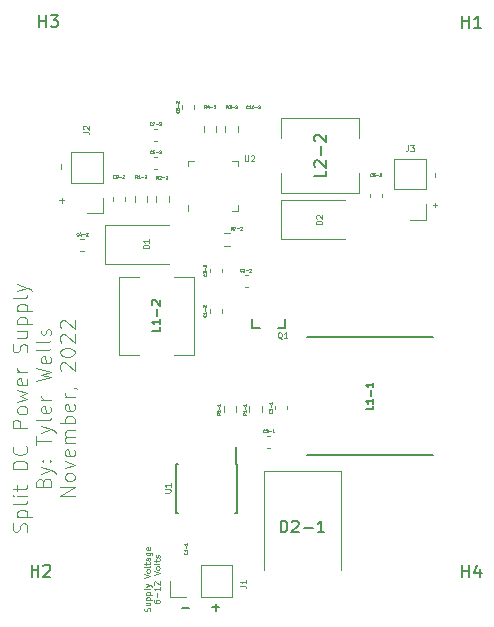
<source format=gbr>
%TF.GenerationSoftware,KiCad,Pcbnew,(6.0.6)*%
%TF.CreationDate,2022-12-02T12:37:59-05:00*%
%TF.ProjectId,SplitRail DC Power Supply,53706c69-7452-4616-996c-20444320506f,rev?*%
%TF.SameCoordinates,Original*%
%TF.FileFunction,Legend,Top*%
%TF.FilePolarity,Positive*%
%FSLAX46Y46*%
G04 Gerber Fmt 4.6, Leading zero omitted, Abs format (unit mm)*
G04 Created by KiCad (PCBNEW (6.0.6)) date 2022-12-02 12:37:59*
%MOMM*%
%LPD*%
G01*
G04 APERTURE LIST*
%ADD10C,0.125000*%
%ADD11C,0.150000*%
%ADD12C,0.062500*%
%ADD13C,0.120000*%
%ADD14C,0.203200*%
%ADD15C,0.127000*%
G04 APERTURE END LIST*
D10*
X43042685Y-43903923D02*
X43042685Y-44284876D01*
D11*
X53308285Y-81485971D02*
X53879714Y-81485971D01*
X55848285Y-81435171D02*
X56419714Y-81435171D01*
X56134000Y-81720885D02*
X56134000Y-81149457D01*
D10*
X74679714Y-47155123D02*
X74679714Y-47536076D01*
X74870190Y-47345600D02*
X74489238Y-47345600D01*
X42887923Y-46974914D02*
X43268876Y-46974914D01*
X43078400Y-47165390D02*
X43078400Y-46784438D01*
X40108402Y-75013228D02*
X40167926Y-74834657D01*
X40167926Y-74537038D01*
X40108402Y-74417990D01*
X40048878Y-74358466D01*
X39929830Y-74298942D01*
X39810783Y-74298942D01*
X39691735Y-74358466D01*
X39632211Y-74417990D01*
X39572688Y-74537038D01*
X39513164Y-74775133D01*
X39453640Y-74894180D01*
X39394116Y-74953704D01*
X39275069Y-75013228D01*
X39156021Y-75013228D01*
X39036973Y-74953704D01*
X38977450Y-74894180D01*
X38917926Y-74775133D01*
X38917926Y-74477514D01*
X38977450Y-74298942D01*
X39334592Y-73763228D02*
X40584592Y-73763228D01*
X39394116Y-73763228D02*
X39334592Y-73644180D01*
X39334592Y-73406085D01*
X39394116Y-73287038D01*
X39453640Y-73227514D01*
X39572688Y-73167990D01*
X39929830Y-73167990D01*
X40048878Y-73227514D01*
X40108402Y-73287038D01*
X40167926Y-73406085D01*
X40167926Y-73644180D01*
X40108402Y-73763228D01*
X40167926Y-72453704D02*
X40108402Y-72572752D01*
X39989354Y-72632276D01*
X38917926Y-72632276D01*
X40167926Y-71977514D02*
X39334592Y-71977514D01*
X38917926Y-71977514D02*
X38977450Y-72037038D01*
X39036973Y-71977514D01*
X38977450Y-71917990D01*
X38917926Y-71977514D01*
X39036973Y-71977514D01*
X39334592Y-71560847D02*
X39334592Y-71084657D01*
X38917926Y-71382276D02*
X39989354Y-71382276D01*
X40108402Y-71322752D01*
X40167926Y-71203704D01*
X40167926Y-71084657D01*
X40167926Y-69715609D02*
X38917926Y-69715609D01*
X38917926Y-69417990D01*
X38977450Y-69239419D01*
X39096497Y-69120371D01*
X39215545Y-69060847D01*
X39453640Y-69001323D01*
X39632211Y-69001323D01*
X39870307Y-69060847D01*
X39989354Y-69120371D01*
X40108402Y-69239419D01*
X40167926Y-69417990D01*
X40167926Y-69715609D01*
X40048878Y-67751323D02*
X40108402Y-67810847D01*
X40167926Y-67989419D01*
X40167926Y-68108466D01*
X40108402Y-68287038D01*
X39989354Y-68406085D01*
X39870307Y-68465609D01*
X39632211Y-68525133D01*
X39453640Y-68525133D01*
X39215545Y-68465609D01*
X39096497Y-68406085D01*
X38977450Y-68287038D01*
X38917926Y-68108466D01*
X38917926Y-67989419D01*
X38977450Y-67810847D01*
X39036973Y-67751323D01*
X40167926Y-66263228D02*
X38917926Y-66263228D01*
X38917926Y-65787038D01*
X38977450Y-65667990D01*
X39036973Y-65608466D01*
X39156021Y-65548942D01*
X39334592Y-65548942D01*
X39453640Y-65608466D01*
X39513164Y-65667990D01*
X39572688Y-65787038D01*
X39572688Y-66263228D01*
X40167926Y-64834657D02*
X40108402Y-64953704D01*
X40048878Y-65013228D01*
X39929830Y-65072752D01*
X39572688Y-65072752D01*
X39453640Y-65013228D01*
X39394116Y-64953704D01*
X39334592Y-64834657D01*
X39334592Y-64656085D01*
X39394116Y-64537038D01*
X39453640Y-64477514D01*
X39572688Y-64417990D01*
X39929830Y-64417990D01*
X40048878Y-64477514D01*
X40108402Y-64537038D01*
X40167926Y-64656085D01*
X40167926Y-64834657D01*
X39334592Y-64001323D02*
X40167926Y-63763228D01*
X39572688Y-63525133D01*
X40167926Y-63287038D01*
X39334592Y-63048942D01*
X40108402Y-62096561D02*
X40167926Y-62215609D01*
X40167926Y-62453704D01*
X40108402Y-62572752D01*
X39989354Y-62632276D01*
X39513164Y-62632276D01*
X39394116Y-62572752D01*
X39334592Y-62453704D01*
X39334592Y-62215609D01*
X39394116Y-62096561D01*
X39513164Y-62037038D01*
X39632211Y-62037038D01*
X39751259Y-62632276D01*
X40167926Y-61501323D02*
X39334592Y-61501323D01*
X39572688Y-61501323D02*
X39453640Y-61441800D01*
X39394116Y-61382276D01*
X39334592Y-61263228D01*
X39334592Y-61144180D01*
X40108402Y-59834657D02*
X40167926Y-59656085D01*
X40167926Y-59358466D01*
X40108402Y-59239419D01*
X40048878Y-59179895D01*
X39929830Y-59120371D01*
X39810783Y-59120371D01*
X39691735Y-59179895D01*
X39632211Y-59239419D01*
X39572688Y-59358466D01*
X39513164Y-59596561D01*
X39453640Y-59715609D01*
X39394116Y-59775133D01*
X39275069Y-59834657D01*
X39156021Y-59834657D01*
X39036973Y-59775133D01*
X38977450Y-59715609D01*
X38917926Y-59596561D01*
X38917926Y-59298942D01*
X38977450Y-59120371D01*
X39334592Y-58048942D02*
X40167926Y-58048942D01*
X39334592Y-58584657D02*
X39989354Y-58584657D01*
X40108402Y-58525133D01*
X40167926Y-58406085D01*
X40167926Y-58227514D01*
X40108402Y-58108466D01*
X40048878Y-58048942D01*
X39334592Y-57453704D02*
X40584592Y-57453704D01*
X39394116Y-57453704D02*
X39334592Y-57334657D01*
X39334592Y-57096561D01*
X39394116Y-56977514D01*
X39453640Y-56917990D01*
X39572688Y-56858466D01*
X39929830Y-56858466D01*
X40048878Y-56917990D01*
X40108402Y-56977514D01*
X40167926Y-57096561D01*
X40167926Y-57334657D01*
X40108402Y-57453704D01*
X39334592Y-56322752D02*
X40584592Y-56322752D01*
X39394116Y-56322752D02*
X39334592Y-56203704D01*
X39334592Y-55965609D01*
X39394116Y-55846561D01*
X39453640Y-55787038D01*
X39572688Y-55727514D01*
X39929830Y-55727514D01*
X40048878Y-55787038D01*
X40108402Y-55846561D01*
X40167926Y-55965609D01*
X40167926Y-56203704D01*
X40108402Y-56322752D01*
X40167926Y-55013228D02*
X40108402Y-55132276D01*
X39989354Y-55191800D01*
X38917926Y-55191800D01*
X39334592Y-54656085D02*
X40167926Y-54358466D01*
X39334592Y-54060847D02*
X40167926Y-54358466D01*
X40465545Y-54477514D01*
X40525069Y-54537038D01*
X40584592Y-54656085D01*
X41525664Y-70816800D02*
X41585188Y-70638228D01*
X41644711Y-70578704D01*
X41763759Y-70519180D01*
X41942330Y-70519180D01*
X42061378Y-70578704D01*
X42120902Y-70638228D01*
X42180426Y-70757276D01*
X42180426Y-71233466D01*
X40930426Y-71233466D01*
X40930426Y-70816800D01*
X40989950Y-70697752D01*
X41049473Y-70638228D01*
X41168521Y-70578704D01*
X41287569Y-70578704D01*
X41406616Y-70638228D01*
X41466140Y-70697752D01*
X41525664Y-70816800D01*
X41525664Y-71233466D01*
X41347092Y-70102514D02*
X42180426Y-69804895D01*
X41347092Y-69507276D02*
X42180426Y-69804895D01*
X42478045Y-69923942D01*
X42537569Y-69983466D01*
X42597092Y-70102514D01*
X42061378Y-69031085D02*
X42120902Y-68971561D01*
X42180426Y-69031085D01*
X42120902Y-69090609D01*
X42061378Y-69031085D01*
X42180426Y-69031085D01*
X41406616Y-69031085D02*
X41466140Y-68971561D01*
X41525664Y-69031085D01*
X41466140Y-69090609D01*
X41406616Y-69031085D01*
X41525664Y-69031085D01*
X40930426Y-67662038D02*
X40930426Y-66947752D01*
X42180426Y-67304895D02*
X40930426Y-67304895D01*
X41347092Y-66650133D02*
X42180426Y-66352514D01*
X41347092Y-66054895D02*
X42180426Y-66352514D01*
X42478045Y-66471561D01*
X42537569Y-66531085D01*
X42597092Y-66650133D01*
X42180426Y-65400133D02*
X42120902Y-65519180D01*
X42001854Y-65578704D01*
X40930426Y-65578704D01*
X42120902Y-64447752D02*
X42180426Y-64566800D01*
X42180426Y-64804895D01*
X42120902Y-64923942D01*
X42001854Y-64983466D01*
X41525664Y-64983466D01*
X41406616Y-64923942D01*
X41347092Y-64804895D01*
X41347092Y-64566800D01*
X41406616Y-64447752D01*
X41525664Y-64388228D01*
X41644711Y-64388228D01*
X41763759Y-64983466D01*
X42180426Y-63852514D02*
X41347092Y-63852514D01*
X41585188Y-63852514D02*
X41466140Y-63792990D01*
X41406616Y-63733466D01*
X41347092Y-63614419D01*
X41347092Y-63495371D01*
X40930426Y-62245371D02*
X42180426Y-61947752D01*
X41287569Y-61709657D01*
X42180426Y-61471561D01*
X40930426Y-61173942D01*
X42120902Y-60221561D02*
X42180426Y-60340609D01*
X42180426Y-60578704D01*
X42120902Y-60697752D01*
X42001854Y-60757276D01*
X41525664Y-60757276D01*
X41406616Y-60697752D01*
X41347092Y-60578704D01*
X41347092Y-60340609D01*
X41406616Y-60221561D01*
X41525664Y-60162038D01*
X41644711Y-60162038D01*
X41763759Y-60757276D01*
X42180426Y-59447752D02*
X42120902Y-59566800D01*
X42001854Y-59626323D01*
X40930426Y-59626323D01*
X42180426Y-58792990D02*
X42120902Y-58912038D01*
X42001854Y-58971561D01*
X40930426Y-58971561D01*
X42120902Y-58376323D02*
X42180426Y-58257276D01*
X42180426Y-58019180D01*
X42120902Y-57900133D01*
X42001854Y-57840609D01*
X41942330Y-57840609D01*
X41823283Y-57900133D01*
X41763759Y-58019180D01*
X41763759Y-58197752D01*
X41704235Y-58316800D01*
X41585188Y-58376323D01*
X41525664Y-58376323D01*
X41406616Y-58316800D01*
X41347092Y-58197752D01*
X41347092Y-58019180D01*
X41406616Y-57900133D01*
X44192926Y-71977514D02*
X42942926Y-71977514D01*
X44192926Y-71263228D01*
X42942926Y-71263228D01*
X44192926Y-70489419D02*
X44133402Y-70608466D01*
X44073878Y-70667990D01*
X43954830Y-70727514D01*
X43597688Y-70727514D01*
X43478640Y-70667990D01*
X43419116Y-70608466D01*
X43359592Y-70489419D01*
X43359592Y-70310847D01*
X43419116Y-70191800D01*
X43478640Y-70132276D01*
X43597688Y-70072752D01*
X43954830Y-70072752D01*
X44073878Y-70132276D01*
X44133402Y-70191800D01*
X44192926Y-70310847D01*
X44192926Y-70489419D01*
X43359592Y-69656085D02*
X44192926Y-69358466D01*
X43359592Y-69060847D01*
X44133402Y-68108466D02*
X44192926Y-68227514D01*
X44192926Y-68465609D01*
X44133402Y-68584657D01*
X44014354Y-68644180D01*
X43538164Y-68644180D01*
X43419116Y-68584657D01*
X43359592Y-68465609D01*
X43359592Y-68227514D01*
X43419116Y-68108466D01*
X43538164Y-68048942D01*
X43657211Y-68048942D01*
X43776259Y-68644180D01*
X44192926Y-67513228D02*
X43359592Y-67513228D01*
X43478640Y-67513228D02*
X43419116Y-67453704D01*
X43359592Y-67334657D01*
X43359592Y-67156085D01*
X43419116Y-67037038D01*
X43538164Y-66977514D01*
X44192926Y-66977514D01*
X43538164Y-66977514D02*
X43419116Y-66917990D01*
X43359592Y-66798942D01*
X43359592Y-66620371D01*
X43419116Y-66501323D01*
X43538164Y-66441800D01*
X44192926Y-66441800D01*
X44192926Y-65846561D02*
X42942926Y-65846561D01*
X43419116Y-65846561D02*
X43359592Y-65727514D01*
X43359592Y-65489419D01*
X43419116Y-65370371D01*
X43478640Y-65310847D01*
X43597688Y-65251323D01*
X43954830Y-65251323D01*
X44073878Y-65310847D01*
X44133402Y-65370371D01*
X44192926Y-65489419D01*
X44192926Y-65727514D01*
X44133402Y-65846561D01*
X44133402Y-64239419D02*
X44192926Y-64358466D01*
X44192926Y-64596561D01*
X44133402Y-64715609D01*
X44014354Y-64775133D01*
X43538164Y-64775133D01*
X43419116Y-64715609D01*
X43359592Y-64596561D01*
X43359592Y-64358466D01*
X43419116Y-64239419D01*
X43538164Y-64179895D01*
X43657211Y-64179895D01*
X43776259Y-64775133D01*
X44192926Y-63644180D02*
X43359592Y-63644180D01*
X43597688Y-63644180D02*
X43478640Y-63584657D01*
X43419116Y-63525133D01*
X43359592Y-63406085D01*
X43359592Y-63287038D01*
X44133402Y-62810847D02*
X44192926Y-62810847D01*
X44311973Y-62870371D01*
X44371497Y-62929895D01*
X43061973Y-61382276D02*
X43002450Y-61322752D01*
X42942926Y-61203704D01*
X42942926Y-60906085D01*
X43002450Y-60787038D01*
X43061973Y-60727514D01*
X43181021Y-60667990D01*
X43300069Y-60667990D01*
X43478640Y-60727514D01*
X44192926Y-61441800D01*
X44192926Y-60667990D01*
X42942926Y-59894180D02*
X42942926Y-59775133D01*
X43002450Y-59656085D01*
X43061973Y-59596561D01*
X43181021Y-59537038D01*
X43419116Y-59477514D01*
X43716735Y-59477514D01*
X43954830Y-59537038D01*
X44073878Y-59596561D01*
X44133402Y-59656085D01*
X44192926Y-59775133D01*
X44192926Y-59894180D01*
X44133402Y-60013228D01*
X44073878Y-60072752D01*
X43954830Y-60132276D01*
X43716735Y-60191800D01*
X43419116Y-60191800D01*
X43181021Y-60132276D01*
X43061973Y-60072752D01*
X43002450Y-60013228D01*
X42942926Y-59894180D01*
X43061973Y-59001323D02*
X43002450Y-58941800D01*
X42942926Y-58822752D01*
X42942926Y-58525133D01*
X43002450Y-58406085D01*
X43061973Y-58346561D01*
X43181021Y-58287038D01*
X43300069Y-58287038D01*
X43478640Y-58346561D01*
X44192926Y-59060847D01*
X44192926Y-58287038D01*
X43061973Y-57810847D02*
X43002450Y-57751323D01*
X42942926Y-57632276D01*
X42942926Y-57334657D01*
X43002450Y-57215609D01*
X43061973Y-57156085D01*
X43181021Y-57096561D01*
X43300069Y-57096561D01*
X43478640Y-57156085D01*
X44192926Y-57870371D01*
X44192926Y-57096561D01*
X74730514Y-44615123D02*
X74730514Y-44996076D01*
X50549080Y-81759085D02*
X50572890Y-81687657D01*
X50572890Y-81568609D01*
X50549080Y-81520990D01*
X50525271Y-81497180D01*
X50477652Y-81473371D01*
X50430033Y-81473371D01*
X50382414Y-81497180D01*
X50358604Y-81520990D01*
X50334795Y-81568609D01*
X50310985Y-81663847D01*
X50287176Y-81711466D01*
X50263366Y-81735276D01*
X50215747Y-81759085D01*
X50168128Y-81759085D01*
X50120509Y-81735276D01*
X50096700Y-81711466D01*
X50072890Y-81663847D01*
X50072890Y-81544800D01*
X50096700Y-81473371D01*
X50239557Y-81044800D02*
X50572890Y-81044800D01*
X50239557Y-81259085D02*
X50501461Y-81259085D01*
X50549080Y-81235276D01*
X50572890Y-81187657D01*
X50572890Y-81116228D01*
X50549080Y-81068609D01*
X50525271Y-81044800D01*
X50239557Y-80806704D02*
X50739557Y-80806704D01*
X50263366Y-80806704D02*
X50239557Y-80759085D01*
X50239557Y-80663847D01*
X50263366Y-80616228D01*
X50287176Y-80592419D01*
X50334795Y-80568609D01*
X50477652Y-80568609D01*
X50525271Y-80592419D01*
X50549080Y-80616228D01*
X50572890Y-80663847D01*
X50572890Y-80759085D01*
X50549080Y-80806704D01*
X50239557Y-80354323D02*
X50739557Y-80354323D01*
X50263366Y-80354323D02*
X50239557Y-80306704D01*
X50239557Y-80211466D01*
X50263366Y-80163847D01*
X50287176Y-80140038D01*
X50334795Y-80116228D01*
X50477652Y-80116228D01*
X50525271Y-80140038D01*
X50549080Y-80163847D01*
X50572890Y-80211466D01*
X50572890Y-80306704D01*
X50549080Y-80354323D01*
X50572890Y-79830514D02*
X50549080Y-79878133D01*
X50501461Y-79901942D01*
X50072890Y-79901942D01*
X50239557Y-79687657D02*
X50572890Y-79568609D01*
X50239557Y-79449561D02*
X50572890Y-79568609D01*
X50691938Y-79616228D01*
X50715747Y-79640038D01*
X50739557Y-79687657D01*
X50072890Y-78949561D02*
X50572890Y-78782895D01*
X50072890Y-78616228D01*
X50572890Y-78378133D02*
X50549080Y-78425752D01*
X50525271Y-78449561D01*
X50477652Y-78473371D01*
X50334795Y-78473371D01*
X50287176Y-78449561D01*
X50263366Y-78425752D01*
X50239557Y-78378133D01*
X50239557Y-78306704D01*
X50263366Y-78259085D01*
X50287176Y-78235276D01*
X50334795Y-78211466D01*
X50477652Y-78211466D01*
X50525271Y-78235276D01*
X50549080Y-78259085D01*
X50572890Y-78306704D01*
X50572890Y-78378133D01*
X50572890Y-77925752D02*
X50549080Y-77973371D01*
X50501461Y-77997180D01*
X50072890Y-77997180D01*
X50239557Y-77806704D02*
X50239557Y-77616228D01*
X50072890Y-77735276D02*
X50501461Y-77735276D01*
X50549080Y-77711466D01*
X50572890Y-77663847D01*
X50572890Y-77616228D01*
X50572890Y-77235276D02*
X50310985Y-77235276D01*
X50263366Y-77259085D01*
X50239557Y-77306704D01*
X50239557Y-77401942D01*
X50263366Y-77449561D01*
X50549080Y-77235276D02*
X50572890Y-77282895D01*
X50572890Y-77401942D01*
X50549080Y-77449561D01*
X50501461Y-77473371D01*
X50453842Y-77473371D01*
X50406223Y-77449561D01*
X50382414Y-77401942D01*
X50382414Y-77282895D01*
X50358604Y-77235276D01*
X50239557Y-76782895D02*
X50644319Y-76782895D01*
X50691938Y-76806704D01*
X50715747Y-76830514D01*
X50739557Y-76878133D01*
X50739557Y-76949561D01*
X50715747Y-76997180D01*
X50549080Y-76782895D02*
X50572890Y-76830514D01*
X50572890Y-76925752D01*
X50549080Y-76973371D01*
X50525271Y-76997180D01*
X50477652Y-77020990D01*
X50334795Y-77020990D01*
X50287176Y-76997180D01*
X50263366Y-76973371D01*
X50239557Y-76925752D01*
X50239557Y-76830514D01*
X50263366Y-76782895D01*
X50549080Y-76354323D02*
X50572890Y-76401942D01*
X50572890Y-76497180D01*
X50549080Y-76544800D01*
X50501461Y-76568609D01*
X50310985Y-76568609D01*
X50263366Y-76544800D01*
X50239557Y-76497180D01*
X50239557Y-76401942D01*
X50263366Y-76354323D01*
X50310985Y-76330514D01*
X50358604Y-76330514D01*
X50406223Y-76568609D01*
X50877890Y-80842419D02*
X50877890Y-80937657D01*
X50901700Y-80985276D01*
X50925509Y-81009085D01*
X50996938Y-81056704D01*
X51092176Y-81080514D01*
X51282652Y-81080514D01*
X51330271Y-81056704D01*
X51354080Y-81032895D01*
X51377890Y-80985276D01*
X51377890Y-80890038D01*
X51354080Y-80842419D01*
X51330271Y-80818609D01*
X51282652Y-80794800D01*
X51163604Y-80794800D01*
X51115985Y-80818609D01*
X51092176Y-80842419D01*
X51068366Y-80890038D01*
X51068366Y-80985276D01*
X51092176Y-81032895D01*
X51115985Y-81056704D01*
X51163604Y-81080514D01*
X51187414Y-80580514D02*
X51187414Y-80199561D01*
X51377890Y-79699561D02*
X51377890Y-79985276D01*
X51377890Y-79842419D02*
X50877890Y-79842419D01*
X50949319Y-79890038D01*
X50996938Y-79937657D01*
X51020747Y-79985276D01*
X50925509Y-79509085D02*
X50901700Y-79485276D01*
X50877890Y-79437657D01*
X50877890Y-79318609D01*
X50901700Y-79270990D01*
X50925509Y-79247180D01*
X50973128Y-79223371D01*
X51020747Y-79223371D01*
X51092176Y-79247180D01*
X51377890Y-79532895D01*
X51377890Y-79223371D01*
X50877890Y-78699561D02*
X51377890Y-78532895D01*
X50877890Y-78366228D01*
X51377890Y-78128133D02*
X51354080Y-78175752D01*
X51330271Y-78199561D01*
X51282652Y-78223371D01*
X51139795Y-78223371D01*
X51092176Y-78199561D01*
X51068366Y-78175752D01*
X51044557Y-78128133D01*
X51044557Y-78056704D01*
X51068366Y-78009085D01*
X51092176Y-77985276D01*
X51139795Y-77961466D01*
X51282652Y-77961466D01*
X51330271Y-77985276D01*
X51354080Y-78009085D01*
X51377890Y-78056704D01*
X51377890Y-78128133D01*
X51377890Y-77675752D02*
X51354080Y-77723371D01*
X51306461Y-77747180D01*
X50877890Y-77747180D01*
X51044557Y-77556704D02*
X51044557Y-77366228D01*
X50877890Y-77485276D02*
X51306461Y-77485276D01*
X51354080Y-77461466D01*
X51377890Y-77413847D01*
X51377890Y-77366228D01*
X51354080Y-77223371D02*
X51377890Y-77175752D01*
X51377890Y-77080514D01*
X51354080Y-77032895D01*
X51306461Y-77009085D01*
X51282652Y-77009085D01*
X51235033Y-77032895D01*
X51211223Y-77080514D01*
X51211223Y-77151942D01*
X51187414Y-77199561D01*
X51139795Y-77223371D01*
X51115985Y-77223371D01*
X51068366Y-77199561D01*
X51044557Y-77151942D01*
X51044557Y-77080514D01*
X51068366Y-77032895D01*
%TO.C,J3*%
X72394533Y-42296590D02*
X72394533Y-42653733D01*
X72370723Y-42725161D01*
X72323104Y-42772780D01*
X72251676Y-42796590D01*
X72204057Y-42796590D01*
X72585009Y-42296590D02*
X72894533Y-42296590D01*
X72727866Y-42487066D01*
X72799295Y-42487066D01*
X72846914Y-42510876D01*
X72870723Y-42534685D01*
X72894533Y-42582304D01*
X72894533Y-42701352D01*
X72870723Y-42748971D01*
X72846914Y-42772780D01*
X72799295Y-42796590D01*
X72656438Y-42796590D01*
X72608819Y-42772780D01*
X72585009Y-42748971D01*
D12*
%TO.C,C7-2*%
X50687723Y-40576885D02*
X50675819Y-40588790D01*
X50640104Y-40600695D01*
X50616295Y-40600695D01*
X50580580Y-40588790D01*
X50556771Y-40564980D01*
X50544866Y-40541171D01*
X50532961Y-40493552D01*
X50532961Y-40457838D01*
X50544866Y-40410219D01*
X50556771Y-40386409D01*
X50580580Y-40362600D01*
X50616295Y-40350695D01*
X50640104Y-40350695D01*
X50675819Y-40362600D01*
X50687723Y-40374504D01*
X50771057Y-40350695D02*
X50937723Y-40350695D01*
X50830580Y-40600695D01*
X51032961Y-40505457D02*
X51223438Y-40505457D01*
X51330580Y-40374504D02*
X51342485Y-40362600D01*
X51366295Y-40350695D01*
X51425819Y-40350695D01*
X51449628Y-40362600D01*
X51461533Y-40374504D01*
X51473438Y-40398314D01*
X51473438Y-40422123D01*
X51461533Y-40457838D01*
X51318676Y-40600695D01*
X51473438Y-40600695D01*
D11*
%TO.C,L2-2*%
X65444380Y-44441904D02*
X65444380Y-44918095D01*
X64444380Y-44918095D01*
X64539619Y-44156190D02*
X64492000Y-44108571D01*
X64444380Y-44013333D01*
X64444380Y-43775238D01*
X64492000Y-43680000D01*
X64539619Y-43632380D01*
X64634857Y-43584761D01*
X64730095Y-43584761D01*
X64872952Y-43632380D01*
X65444380Y-44203809D01*
X65444380Y-43584761D01*
X65063428Y-43156190D02*
X65063428Y-42394285D01*
X64539619Y-41965714D02*
X64492000Y-41918095D01*
X64444380Y-41822857D01*
X64444380Y-41584761D01*
X64492000Y-41489523D01*
X64539619Y-41441904D01*
X64634857Y-41394285D01*
X64730095Y-41394285D01*
X64872952Y-41441904D01*
X65444380Y-42013333D01*
X65444380Y-41394285D01*
D12*
%TO.C,C8-2*%
X52972085Y-39380676D02*
X52983990Y-39392580D01*
X52995895Y-39428295D01*
X52995895Y-39452104D01*
X52983990Y-39487819D01*
X52960180Y-39511628D01*
X52936371Y-39523533D01*
X52888752Y-39535438D01*
X52853038Y-39535438D01*
X52805419Y-39523533D01*
X52781609Y-39511628D01*
X52757800Y-39487819D01*
X52745895Y-39452104D01*
X52745895Y-39428295D01*
X52757800Y-39392580D01*
X52769704Y-39380676D01*
X52853038Y-39237819D02*
X52841133Y-39261628D01*
X52829228Y-39273533D01*
X52805419Y-39285438D01*
X52793514Y-39285438D01*
X52769704Y-39273533D01*
X52757800Y-39261628D01*
X52745895Y-39237819D01*
X52745895Y-39190200D01*
X52757800Y-39166390D01*
X52769704Y-39154485D01*
X52793514Y-39142580D01*
X52805419Y-39142580D01*
X52829228Y-39154485D01*
X52841133Y-39166390D01*
X52853038Y-39190200D01*
X52853038Y-39237819D01*
X52864942Y-39261628D01*
X52876847Y-39273533D01*
X52900657Y-39285438D01*
X52948276Y-39285438D01*
X52972085Y-39273533D01*
X52983990Y-39261628D01*
X52995895Y-39237819D01*
X52995895Y-39190200D01*
X52983990Y-39166390D01*
X52972085Y-39154485D01*
X52948276Y-39142580D01*
X52900657Y-39142580D01*
X52876847Y-39154485D01*
X52864942Y-39166390D01*
X52853038Y-39190200D01*
X52900657Y-39035438D02*
X52900657Y-38844961D01*
X52769704Y-38737819D02*
X52757800Y-38725914D01*
X52745895Y-38702104D01*
X52745895Y-38642580D01*
X52757800Y-38618771D01*
X52769704Y-38606866D01*
X52793514Y-38594961D01*
X52817323Y-38594961D01*
X52853038Y-38606866D01*
X52995895Y-38749723D01*
X52995895Y-38594961D01*
D11*
%TO.C,H4*%
X77012895Y-78870780D02*
X77012895Y-77870780D01*
X77012895Y-78346971D02*
X77584323Y-78346971D01*
X77584323Y-78870780D02*
X77584323Y-77870780D01*
X78489085Y-78204114D02*
X78489085Y-78870780D01*
X78250990Y-77823161D02*
X78012895Y-78537447D01*
X78631942Y-78537447D01*
D12*
%TO.C,R1-1*%
X58685495Y-64983876D02*
X58566447Y-65067209D01*
X58685495Y-65126733D02*
X58435495Y-65126733D01*
X58435495Y-65031495D01*
X58447400Y-65007685D01*
X58459304Y-64995780D01*
X58483114Y-64983876D01*
X58518828Y-64983876D01*
X58542638Y-64995780D01*
X58554542Y-65007685D01*
X58566447Y-65031495D01*
X58566447Y-65126733D01*
X58685495Y-64745780D02*
X58685495Y-64888638D01*
X58685495Y-64817209D02*
X58435495Y-64817209D01*
X58471209Y-64841019D01*
X58495019Y-64864828D01*
X58506923Y-64888638D01*
X58590257Y-64638638D02*
X58590257Y-64448161D01*
X58685495Y-64198161D02*
X58685495Y-64341019D01*
X58685495Y-64269590D02*
X58435495Y-64269590D01*
X58471209Y-64293400D01*
X58495019Y-64317209D01*
X58506923Y-64341019D01*
%TO.C,R7-2*%
X57545723Y-49439895D02*
X57462390Y-49320847D01*
X57402866Y-49439895D02*
X57402866Y-49189895D01*
X57498104Y-49189895D01*
X57521914Y-49201800D01*
X57533819Y-49213704D01*
X57545723Y-49237514D01*
X57545723Y-49273228D01*
X57533819Y-49297038D01*
X57521914Y-49308942D01*
X57498104Y-49320847D01*
X57402866Y-49320847D01*
X57629057Y-49189895D02*
X57795723Y-49189895D01*
X57688580Y-49439895D01*
X57890961Y-49344657D02*
X58081438Y-49344657D01*
X58188580Y-49213704D02*
X58200485Y-49201800D01*
X58224295Y-49189895D01*
X58283819Y-49189895D01*
X58307628Y-49201800D01*
X58319533Y-49213704D01*
X58331438Y-49237514D01*
X58331438Y-49261323D01*
X58319533Y-49297038D01*
X58176676Y-49439895D01*
X58331438Y-49439895D01*
%TO.C,C6-2*%
X50687723Y-42964485D02*
X50675819Y-42976390D01*
X50640104Y-42988295D01*
X50616295Y-42988295D01*
X50580580Y-42976390D01*
X50556771Y-42952580D01*
X50544866Y-42928771D01*
X50532961Y-42881152D01*
X50532961Y-42845438D01*
X50544866Y-42797819D01*
X50556771Y-42774009D01*
X50580580Y-42750200D01*
X50616295Y-42738295D01*
X50640104Y-42738295D01*
X50675819Y-42750200D01*
X50687723Y-42762104D01*
X50902009Y-42738295D02*
X50854390Y-42738295D01*
X50830580Y-42750200D01*
X50818676Y-42762104D01*
X50794866Y-42797819D01*
X50782961Y-42845438D01*
X50782961Y-42940676D01*
X50794866Y-42964485D01*
X50806771Y-42976390D01*
X50830580Y-42988295D01*
X50878200Y-42988295D01*
X50902009Y-42976390D01*
X50913914Y-42964485D01*
X50925819Y-42940676D01*
X50925819Y-42881152D01*
X50913914Y-42857342D01*
X50902009Y-42845438D01*
X50878200Y-42833533D01*
X50830580Y-42833533D01*
X50806771Y-42845438D01*
X50794866Y-42857342D01*
X50782961Y-42881152D01*
X51032961Y-42893057D02*
X51223438Y-42893057D01*
X51330580Y-42762104D02*
X51342485Y-42750200D01*
X51366295Y-42738295D01*
X51425819Y-42738295D01*
X51449628Y-42750200D01*
X51461533Y-42762104D01*
X51473438Y-42785914D01*
X51473438Y-42809723D01*
X51461533Y-42845438D01*
X51318676Y-42988295D01*
X51473438Y-42988295D01*
%TO.C,C10-2*%
X58849076Y-39154485D02*
X58837171Y-39166390D01*
X58801457Y-39178295D01*
X58777647Y-39178295D01*
X58741933Y-39166390D01*
X58718123Y-39142580D01*
X58706219Y-39118771D01*
X58694314Y-39071152D01*
X58694314Y-39035438D01*
X58706219Y-38987819D01*
X58718123Y-38964009D01*
X58741933Y-38940200D01*
X58777647Y-38928295D01*
X58801457Y-38928295D01*
X58837171Y-38940200D01*
X58849076Y-38952104D01*
X59087171Y-39178295D02*
X58944314Y-39178295D01*
X59015742Y-39178295D02*
X59015742Y-38928295D01*
X58991933Y-38964009D01*
X58968123Y-38987819D01*
X58944314Y-38999723D01*
X59241933Y-38928295D02*
X59265742Y-38928295D01*
X59289552Y-38940200D01*
X59301457Y-38952104D01*
X59313361Y-38975914D01*
X59325266Y-39023533D01*
X59325266Y-39083057D01*
X59313361Y-39130676D01*
X59301457Y-39154485D01*
X59289552Y-39166390D01*
X59265742Y-39178295D01*
X59241933Y-39178295D01*
X59218123Y-39166390D01*
X59206219Y-39154485D01*
X59194314Y-39130676D01*
X59182409Y-39083057D01*
X59182409Y-39023533D01*
X59194314Y-38975914D01*
X59206219Y-38952104D01*
X59218123Y-38940200D01*
X59241933Y-38928295D01*
X59432409Y-39083057D02*
X59622885Y-39083057D01*
X59730028Y-38952104D02*
X59741933Y-38940200D01*
X59765742Y-38928295D01*
X59825266Y-38928295D01*
X59849076Y-38940200D01*
X59860980Y-38952104D01*
X59872885Y-38975914D01*
X59872885Y-38999723D01*
X59860980Y-39035438D01*
X59718123Y-39178295D01*
X59872885Y-39178295D01*
D10*
%TO.C,J1*%
X58196990Y-79617866D02*
X58554133Y-79617866D01*
X58625561Y-79641676D01*
X58673180Y-79689295D01*
X58696990Y-79760723D01*
X58696990Y-79808342D01*
X58696990Y-79117866D02*
X58696990Y-79403580D01*
X58696990Y-79260723D02*
X58196990Y-79260723D01*
X58268419Y-79308342D01*
X58316038Y-79355961D01*
X58339847Y-79403580D01*
D12*
%TO.C,C3-1*%
X60846085Y-64831476D02*
X60857990Y-64843380D01*
X60869895Y-64879095D01*
X60869895Y-64902904D01*
X60857990Y-64938619D01*
X60834180Y-64962428D01*
X60810371Y-64974333D01*
X60762752Y-64986238D01*
X60727038Y-64986238D01*
X60679419Y-64974333D01*
X60655609Y-64962428D01*
X60631800Y-64938619D01*
X60619895Y-64902904D01*
X60619895Y-64879095D01*
X60631800Y-64843380D01*
X60643704Y-64831476D01*
X60619895Y-64748142D02*
X60619895Y-64593380D01*
X60715133Y-64676714D01*
X60715133Y-64641000D01*
X60727038Y-64617190D01*
X60738942Y-64605285D01*
X60762752Y-64593380D01*
X60822276Y-64593380D01*
X60846085Y-64605285D01*
X60857990Y-64617190D01*
X60869895Y-64641000D01*
X60869895Y-64712428D01*
X60857990Y-64736238D01*
X60846085Y-64748142D01*
X60774657Y-64486238D02*
X60774657Y-64295761D01*
X60869895Y-64045761D02*
X60869895Y-64188619D01*
X60869895Y-64117190D02*
X60619895Y-64117190D01*
X60655609Y-64141000D01*
X60679419Y-64164809D01*
X60691323Y-64188619D01*
%TO.C,C9-2*%
X47588923Y-45047285D02*
X47577019Y-45059190D01*
X47541304Y-45071095D01*
X47517495Y-45071095D01*
X47481780Y-45059190D01*
X47457971Y-45035380D01*
X47446066Y-45011571D01*
X47434161Y-44963952D01*
X47434161Y-44928238D01*
X47446066Y-44880619D01*
X47457971Y-44856809D01*
X47481780Y-44833000D01*
X47517495Y-44821095D01*
X47541304Y-44821095D01*
X47577019Y-44833000D01*
X47588923Y-44844904D01*
X47707971Y-45071095D02*
X47755590Y-45071095D01*
X47779400Y-45059190D01*
X47791304Y-45047285D01*
X47815114Y-45011571D01*
X47827019Y-44963952D01*
X47827019Y-44868714D01*
X47815114Y-44844904D01*
X47803209Y-44833000D01*
X47779400Y-44821095D01*
X47731780Y-44821095D01*
X47707971Y-44833000D01*
X47696066Y-44844904D01*
X47684161Y-44868714D01*
X47684161Y-44928238D01*
X47696066Y-44952047D01*
X47707971Y-44963952D01*
X47731780Y-44975857D01*
X47779400Y-44975857D01*
X47803209Y-44963952D01*
X47815114Y-44952047D01*
X47827019Y-44928238D01*
X47934161Y-44975857D02*
X48124638Y-44975857D01*
X48231780Y-44844904D02*
X48243685Y-44833000D01*
X48267495Y-44821095D01*
X48327019Y-44821095D01*
X48350828Y-44833000D01*
X48362733Y-44844904D01*
X48374638Y-44868714D01*
X48374638Y-44892523D01*
X48362733Y-44928238D01*
X48219876Y-45071095D01*
X48374638Y-45071095D01*
D10*
%TO.C,U2*%
X58597847Y-43160190D02*
X58597847Y-43564952D01*
X58621657Y-43612571D01*
X58645466Y-43636380D01*
X58693085Y-43660190D01*
X58788323Y-43660190D01*
X58835942Y-43636380D01*
X58859752Y-43612571D01*
X58883561Y-43564952D01*
X58883561Y-43160190D01*
X59097847Y-43207809D02*
X59121657Y-43184000D01*
X59169276Y-43160190D01*
X59288323Y-43160190D01*
X59335942Y-43184000D01*
X59359752Y-43207809D01*
X59383561Y-43255428D01*
X59383561Y-43303047D01*
X59359752Y-43374476D01*
X59074038Y-43660190D01*
X59383561Y-43660190D01*
D11*
%TO.C,H1*%
X77012895Y-32337980D02*
X77012895Y-31337980D01*
X77012895Y-31814171D02*
X77584323Y-31814171D01*
X77584323Y-32337980D02*
X77584323Y-31337980D01*
X78584323Y-32337980D02*
X78012895Y-32337980D01*
X78298609Y-32337980D02*
X78298609Y-31337980D01*
X78203371Y-31480838D01*
X78108133Y-31576076D01*
X78012895Y-31623695D01*
D12*
%TO.C,R2-2*%
X51246523Y-45121895D02*
X51163190Y-45002847D01*
X51103666Y-45121895D02*
X51103666Y-44871895D01*
X51198904Y-44871895D01*
X51222714Y-44883800D01*
X51234619Y-44895704D01*
X51246523Y-44919514D01*
X51246523Y-44955228D01*
X51234619Y-44979038D01*
X51222714Y-44990942D01*
X51198904Y-45002847D01*
X51103666Y-45002847D01*
X51341761Y-44895704D02*
X51353666Y-44883800D01*
X51377476Y-44871895D01*
X51437000Y-44871895D01*
X51460809Y-44883800D01*
X51472714Y-44895704D01*
X51484619Y-44919514D01*
X51484619Y-44943323D01*
X51472714Y-44979038D01*
X51329857Y-45121895D01*
X51484619Y-45121895D01*
X51591761Y-45026657D02*
X51782238Y-45026657D01*
X51889380Y-44895704D02*
X51901285Y-44883800D01*
X51925095Y-44871895D01*
X51984619Y-44871895D01*
X52008428Y-44883800D01*
X52020333Y-44895704D01*
X52032238Y-44919514D01*
X52032238Y-44943323D01*
X52020333Y-44979038D01*
X51877476Y-45121895D01*
X52032238Y-45121895D01*
%TO.C,C1-2*%
X55258085Y-56652676D02*
X55269990Y-56664580D01*
X55281895Y-56700295D01*
X55281895Y-56724104D01*
X55269990Y-56759819D01*
X55246180Y-56783628D01*
X55222371Y-56795533D01*
X55174752Y-56807438D01*
X55139038Y-56807438D01*
X55091419Y-56795533D01*
X55067609Y-56783628D01*
X55043800Y-56759819D01*
X55031895Y-56724104D01*
X55031895Y-56700295D01*
X55043800Y-56664580D01*
X55055704Y-56652676D01*
X55281895Y-56414580D02*
X55281895Y-56557438D01*
X55281895Y-56486009D02*
X55031895Y-56486009D01*
X55067609Y-56509819D01*
X55091419Y-56533628D01*
X55103323Y-56557438D01*
X55186657Y-56307438D02*
X55186657Y-56116961D01*
X55055704Y-56009819D02*
X55043800Y-55997914D01*
X55031895Y-55974104D01*
X55031895Y-55914580D01*
X55043800Y-55890771D01*
X55055704Y-55878866D01*
X55079514Y-55866961D01*
X55103323Y-55866961D01*
X55139038Y-55878866D01*
X55281895Y-56021723D01*
X55281895Y-55866961D01*
D11*
%TO.C,H2*%
X40538495Y-78819980D02*
X40538495Y-77819980D01*
X40538495Y-78296171D02*
X41109923Y-78296171D01*
X41109923Y-78819980D02*
X41109923Y-77819980D01*
X41538495Y-77915219D02*
X41586114Y-77867600D01*
X41681352Y-77819980D01*
X41919447Y-77819980D01*
X42014685Y-77867600D01*
X42062304Y-77915219D01*
X42109923Y-78010457D01*
X42109923Y-78105695D01*
X42062304Y-78248552D01*
X41490876Y-78819980D01*
X42109923Y-78819980D01*
D10*
%TO.C,Q1*%
X61725180Y-58693809D02*
X61677561Y-58670000D01*
X61629942Y-58622380D01*
X61558514Y-58550952D01*
X61510895Y-58527142D01*
X61463276Y-58527142D01*
X61487085Y-58646190D02*
X61439466Y-58622380D01*
X61391847Y-58574761D01*
X61368038Y-58479523D01*
X61368038Y-58312857D01*
X61391847Y-58217619D01*
X61439466Y-58170000D01*
X61487085Y-58146190D01*
X61582323Y-58146190D01*
X61629942Y-58170000D01*
X61677561Y-58217619D01*
X61701371Y-58312857D01*
X61701371Y-58479523D01*
X61677561Y-58574761D01*
X61629942Y-58622380D01*
X61582323Y-58646190D01*
X61487085Y-58646190D01*
X62177561Y-58646190D02*
X61891847Y-58646190D01*
X62034704Y-58646190D02*
X62034704Y-58146190D01*
X61987085Y-58217619D01*
X61939466Y-58265238D01*
X61891847Y-58289047D01*
D12*
%TO.C,C5-2*%
X69350123Y-44894885D02*
X69338219Y-44906790D01*
X69302504Y-44918695D01*
X69278695Y-44918695D01*
X69242980Y-44906790D01*
X69219171Y-44882980D01*
X69207266Y-44859171D01*
X69195361Y-44811552D01*
X69195361Y-44775838D01*
X69207266Y-44728219D01*
X69219171Y-44704409D01*
X69242980Y-44680600D01*
X69278695Y-44668695D01*
X69302504Y-44668695D01*
X69338219Y-44680600D01*
X69350123Y-44692504D01*
X69576314Y-44668695D02*
X69457266Y-44668695D01*
X69445361Y-44787742D01*
X69457266Y-44775838D01*
X69481076Y-44763933D01*
X69540600Y-44763933D01*
X69564409Y-44775838D01*
X69576314Y-44787742D01*
X69588219Y-44811552D01*
X69588219Y-44871076D01*
X69576314Y-44894885D01*
X69564409Y-44906790D01*
X69540600Y-44918695D01*
X69481076Y-44918695D01*
X69457266Y-44906790D01*
X69445361Y-44894885D01*
X69695361Y-44823457D02*
X69885838Y-44823457D01*
X69992980Y-44692504D02*
X70004885Y-44680600D01*
X70028695Y-44668695D01*
X70088219Y-44668695D01*
X70112028Y-44680600D01*
X70123933Y-44692504D01*
X70135838Y-44716314D01*
X70135838Y-44740123D01*
X70123933Y-44775838D01*
X69981076Y-44918695D01*
X70135838Y-44918695D01*
%TO.C,R4-2*%
X55310523Y-39178295D02*
X55227190Y-39059247D01*
X55167666Y-39178295D02*
X55167666Y-38928295D01*
X55262904Y-38928295D01*
X55286714Y-38940200D01*
X55298619Y-38952104D01*
X55310523Y-38975914D01*
X55310523Y-39011628D01*
X55298619Y-39035438D01*
X55286714Y-39047342D01*
X55262904Y-39059247D01*
X55167666Y-39059247D01*
X55524809Y-39011628D02*
X55524809Y-39178295D01*
X55465285Y-38916390D02*
X55405761Y-39094961D01*
X55560523Y-39094961D01*
X55655761Y-39083057D02*
X55846238Y-39083057D01*
X55953380Y-38952104D02*
X55965285Y-38940200D01*
X55989095Y-38928295D01*
X56048619Y-38928295D01*
X56072428Y-38940200D01*
X56084333Y-38952104D01*
X56096238Y-38975914D01*
X56096238Y-38999723D01*
X56084333Y-39035438D01*
X55941476Y-39178295D01*
X56096238Y-39178295D01*
D11*
%TO.C,L1-1*%
X69479123Y-64358419D02*
X69479123Y-64663180D01*
X68839123Y-64663180D01*
X69479123Y-63809847D02*
X69479123Y-64175561D01*
X69479123Y-63992704D02*
X68839123Y-63992704D01*
X68930552Y-64053657D01*
X68991504Y-64114609D01*
X69021980Y-64175561D01*
X69235314Y-63535561D02*
X69235314Y-63047942D01*
X69479123Y-62407942D02*
X69479123Y-62773657D01*
X69479123Y-62590800D02*
X68839123Y-62590800D01*
X68930552Y-62651752D01*
X68991504Y-62712704D01*
X69021980Y-62773657D01*
D12*
%TO.C,R1-2*%
X49468523Y-45071095D02*
X49385190Y-44952047D01*
X49325666Y-45071095D02*
X49325666Y-44821095D01*
X49420904Y-44821095D01*
X49444714Y-44833000D01*
X49456619Y-44844904D01*
X49468523Y-44868714D01*
X49468523Y-44904428D01*
X49456619Y-44928238D01*
X49444714Y-44940142D01*
X49420904Y-44952047D01*
X49325666Y-44952047D01*
X49706619Y-45071095D02*
X49563761Y-45071095D01*
X49635190Y-45071095D02*
X49635190Y-44821095D01*
X49611380Y-44856809D01*
X49587571Y-44880619D01*
X49563761Y-44892523D01*
X49813761Y-44975857D02*
X50004238Y-44975857D01*
X50111380Y-44844904D02*
X50123285Y-44833000D01*
X50147095Y-44821095D01*
X50206619Y-44821095D01*
X50230428Y-44833000D01*
X50242333Y-44844904D01*
X50254238Y-44868714D01*
X50254238Y-44892523D01*
X50242333Y-44928238D01*
X50099476Y-45071095D01*
X50254238Y-45071095D01*
D11*
%TO.C,D2-1*%
X61615866Y-75073980D02*
X61615866Y-74073980D01*
X61853961Y-74073980D01*
X61996819Y-74121600D01*
X62092057Y-74216838D01*
X62139676Y-74312076D01*
X62187295Y-74502552D01*
X62187295Y-74645409D01*
X62139676Y-74835885D01*
X62092057Y-74931123D01*
X61996819Y-75026361D01*
X61853961Y-75073980D01*
X61615866Y-75073980D01*
X62568247Y-74169219D02*
X62615866Y-74121600D01*
X62711104Y-74073980D01*
X62949200Y-74073980D01*
X63044438Y-74121600D01*
X63092057Y-74169219D01*
X63139676Y-74264457D01*
X63139676Y-74359695D01*
X63092057Y-74502552D01*
X62520628Y-75073980D01*
X63139676Y-75073980D01*
X63568247Y-74693028D02*
X64330152Y-74693028D01*
X65330152Y-75073980D02*
X64758723Y-75073980D01*
X65044438Y-75073980D02*
X65044438Y-74073980D01*
X64949200Y-74216838D01*
X64853961Y-74312076D01*
X64758723Y-74359695D01*
D12*
%TO.C,R2-1*%
X56501095Y-64983876D02*
X56382047Y-65067209D01*
X56501095Y-65126733D02*
X56251095Y-65126733D01*
X56251095Y-65031495D01*
X56263000Y-65007685D01*
X56274904Y-64995780D01*
X56298714Y-64983876D01*
X56334428Y-64983876D01*
X56358238Y-64995780D01*
X56370142Y-65007685D01*
X56382047Y-65031495D01*
X56382047Y-65126733D01*
X56274904Y-64888638D02*
X56263000Y-64876733D01*
X56251095Y-64852923D01*
X56251095Y-64793400D01*
X56263000Y-64769590D01*
X56274904Y-64757685D01*
X56298714Y-64745780D01*
X56322523Y-64745780D01*
X56358238Y-64757685D01*
X56501095Y-64900542D01*
X56501095Y-64745780D01*
X56405857Y-64638638D02*
X56405857Y-64448161D01*
X56501095Y-64198161D02*
X56501095Y-64341019D01*
X56501095Y-64269590D02*
X56251095Y-64269590D01*
X56286809Y-64293400D01*
X56310619Y-64317209D01*
X56322523Y-64341019D01*
D11*
%TO.C,H3*%
X41198895Y-32287180D02*
X41198895Y-31287180D01*
X41198895Y-31763371D02*
X41770323Y-31763371D01*
X41770323Y-32287180D02*
X41770323Y-31287180D01*
X42151276Y-31287180D02*
X42770323Y-31287180D01*
X42436990Y-31668133D01*
X42579847Y-31668133D01*
X42675085Y-31715752D01*
X42722704Y-31763371D01*
X42770323Y-31858609D01*
X42770323Y-32096704D01*
X42722704Y-32191942D01*
X42675085Y-32239561D01*
X42579847Y-32287180D01*
X42294133Y-32287180D01*
X42198895Y-32239561D01*
X42151276Y-32191942D01*
D12*
%TO.C,C1-1*%
X53683285Y-76769476D02*
X53695190Y-76781380D01*
X53707095Y-76817095D01*
X53707095Y-76840904D01*
X53695190Y-76876619D01*
X53671380Y-76900428D01*
X53647571Y-76912333D01*
X53599952Y-76924238D01*
X53564238Y-76924238D01*
X53516619Y-76912333D01*
X53492809Y-76900428D01*
X53469000Y-76876619D01*
X53457095Y-76840904D01*
X53457095Y-76817095D01*
X53469000Y-76781380D01*
X53480904Y-76769476D01*
X53707095Y-76531380D02*
X53707095Y-76674238D01*
X53707095Y-76602809D02*
X53457095Y-76602809D01*
X53492809Y-76626619D01*
X53516619Y-76650428D01*
X53528523Y-76674238D01*
X53611857Y-76424238D02*
X53611857Y-76233761D01*
X53707095Y-75983761D02*
X53707095Y-76126619D01*
X53707095Y-76055190D02*
X53457095Y-76055190D01*
X53492809Y-76079000D01*
X53516619Y-76102809D01*
X53528523Y-76126619D01*
D10*
%TO.C,D2*%
X65116590Y-48984647D02*
X64616590Y-48984647D01*
X64616590Y-48865600D01*
X64640400Y-48794171D01*
X64688019Y-48746552D01*
X64735638Y-48722742D01*
X64830876Y-48698933D01*
X64902304Y-48698933D01*
X64997542Y-48722742D01*
X65045161Y-48746552D01*
X65092780Y-48794171D01*
X65116590Y-48865600D01*
X65116590Y-48984647D01*
X64664209Y-48508457D02*
X64640400Y-48484647D01*
X64616590Y-48437028D01*
X64616590Y-48317980D01*
X64640400Y-48270361D01*
X64664209Y-48246552D01*
X64711828Y-48222742D01*
X64759447Y-48222742D01*
X64830876Y-48246552D01*
X65116590Y-48532266D01*
X65116590Y-48222742D01*
%TO.C,U1*%
X51796190Y-71704152D02*
X52200952Y-71704152D01*
X52248571Y-71680342D01*
X52272380Y-71656533D01*
X52296190Y-71608914D01*
X52296190Y-71513676D01*
X52272380Y-71466057D01*
X52248571Y-71442247D01*
X52200952Y-71418438D01*
X51796190Y-71418438D01*
X52296190Y-70918438D02*
X52296190Y-71204152D01*
X52296190Y-71061295D02*
X51796190Y-71061295D01*
X51867619Y-71108914D01*
X51915238Y-71156533D01*
X51939047Y-71204152D01*
D11*
%TO.C,L1-2*%
X51444085Y-57690028D02*
X51444085Y-58047171D01*
X50694085Y-58047171D01*
X51444085Y-57047171D02*
X51444085Y-57475742D01*
X51444085Y-57261457D02*
X50694085Y-57261457D01*
X50801228Y-57332885D01*
X50872657Y-57404314D01*
X50908371Y-57475742D01*
X51158371Y-56725742D02*
X51158371Y-56154314D01*
X50765514Y-55832885D02*
X50729800Y-55797171D01*
X50694085Y-55725742D01*
X50694085Y-55547171D01*
X50729800Y-55475742D01*
X50765514Y-55440028D01*
X50836942Y-55404314D01*
X50908371Y-55404314D01*
X51015514Y-55440028D01*
X51444085Y-55868600D01*
X51444085Y-55404314D01*
D12*
%TO.C,R3-2*%
X57139323Y-39178295D02*
X57055990Y-39059247D01*
X56996466Y-39178295D02*
X56996466Y-38928295D01*
X57091704Y-38928295D01*
X57115514Y-38940200D01*
X57127419Y-38952104D01*
X57139323Y-38975914D01*
X57139323Y-39011628D01*
X57127419Y-39035438D01*
X57115514Y-39047342D01*
X57091704Y-39059247D01*
X56996466Y-39059247D01*
X57222657Y-38928295D02*
X57377419Y-38928295D01*
X57294085Y-39023533D01*
X57329800Y-39023533D01*
X57353609Y-39035438D01*
X57365514Y-39047342D01*
X57377419Y-39071152D01*
X57377419Y-39130676D01*
X57365514Y-39154485D01*
X57353609Y-39166390D01*
X57329800Y-39178295D01*
X57258371Y-39178295D01*
X57234561Y-39166390D01*
X57222657Y-39154485D01*
X57484561Y-39083057D02*
X57675038Y-39083057D01*
X57782180Y-38952104D02*
X57794085Y-38940200D01*
X57817895Y-38928295D01*
X57877419Y-38928295D01*
X57901228Y-38940200D01*
X57913133Y-38952104D01*
X57925038Y-38975914D01*
X57925038Y-38999723D01*
X57913133Y-39035438D01*
X57770276Y-39178295D01*
X57925038Y-39178295D01*
%TO.C,C2-2*%
X58307723Y-52972085D02*
X58295819Y-52983990D01*
X58260104Y-52995895D01*
X58236295Y-52995895D01*
X58200580Y-52983990D01*
X58176771Y-52960180D01*
X58164866Y-52936371D01*
X58152961Y-52888752D01*
X58152961Y-52853038D01*
X58164866Y-52805419D01*
X58176771Y-52781609D01*
X58200580Y-52757800D01*
X58236295Y-52745895D01*
X58260104Y-52745895D01*
X58295819Y-52757800D01*
X58307723Y-52769704D01*
X58402961Y-52769704D02*
X58414866Y-52757800D01*
X58438676Y-52745895D01*
X58498200Y-52745895D01*
X58522009Y-52757800D01*
X58533914Y-52769704D01*
X58545819Y-52793514D01*
X58545819Y-52817323D01*
X58533914Y-52853038D01*
X58391057Y-52995895D01*
X58545819Y-52995895D01*
X58652961Y-52900657D02*
X58843438Y-52900657D01*
X58950580Y-52769704D02*
X58962485Y-52757800D01*
X58986295Y-52745895D01*
X59045819Y-52745895D01*
X59069628Y-52757800D01*
X59081533Y-52769704D01*
X59093438Y-52793514D01*
X59093438Y-52817323D01*
X59081533Y-52853038D01*
X58938676Y-52995895D01*
X59093438Y-52995895D01*
%TO.C,C3-2*%
X55308885Y-53198276D02*
X55320790Y-53210180D01*
X55332695Y-53245895D01*
X55332695Y-53269704D01*
X55320790Y-53305419D01*
X55296980Y-53329228D01*
X55273171Y-53341133D01*
X55225552Y-53353038D01*
X55189838Y-53353038D01*
X55142219Y-53341133D01*
X55118409Y-53329228D01*
X55094600Y-53305419D01*
X55082695Y-53269704D01*
X55082695Y-53245895D01*
X55094600Y-53210180D01*
X55106504Y-53198276D01*
X55082695Y-53114942D02*
X55082695Y-52960180D01*
X55177933Y-53043514D01*
X55177933Y-53007800D01*
X55189838Y-52983990D01*
X55201742Y-52972085D01*
X55225552Y-52960180D01*
X55285076Y-52960180D01*
X55308885Y-52972085D01*
X55320790Y-52983990D01*
X55332695Y-53007800D01*
X55332695Y-53079228D01*
X55320790Y-53103038D01*
X55308885Y-53114942D01*
X55237457Y-52853038D02*
X55237457Y-52662561D01*
X55106504Y-52555419D02*
X55094600Y-52543514D01*
X55082695Y-52519704D01*
X55082695Y-52460180D01*
X55094600Y-52436371D01*
X55106504Y-52424466D01*
X55130314Y-52412561D01*
X55154123Y-52412561D01*
X55189838Y-52424466D01*
X55332695Y-52567323D01*
X55332695Y-52412561D01*
D10*
%TO.C,J2*%
X44887390Y-41162266D02*
X45244533Y-41162266D01*
X45315961Y-41186076D01*
X45363580Y-41233695D01*
X45387390Y-41305123D01*
X45387390Y-41352742D01*
X44935009Y-40947980D02*
X44911200Y-40924171D01*
X44887390Y-40876552D01*
X44887390Y-40757504D01*
X44911200Y-40709885D01*
X44935009Y-40686076D01*
X44982628Y-40662266D01*
X45030247Y-40662266D01*
X45101676Y-40686076D01*
X45387390Y-40971790D01*
X45387390Y-40662266D01*
D12*
%TO.C,C2-1*%
X60288923Y-66586485D02*
X60277019Y-66598390D01*
X60241304Y-66610295D01*
X60217495Y-66610295D01*
X60181780Y-66598390D01*
X60157971Y-66574580D01*
X60146066Y-66550771D01*
X60134161Y-66503152D01*
X60134161Y-66467438D01*
X60146066Y-66419819D01*
X60157971Y-66396009D01*
X60181780Y-66372200D01*
X60217495Y-66360295D01*
X60241304Y-66360295D01*
X60277019Y-66372200D01*
X60288923Y-66384104D01*
X60384161Y-66384104D02*
X60396066Y-66372200D01*
X60419876Y-66360295D01*
X60479400Y-66360295D01*
X60503209Y-66372200D01*
X60515114Y-66384104D01*
X60527019Y-66407914D01*
X60527019Y-66431723D01*
X60515114Y-66467438D01*
X60372257Y-66610295D01*
X60527019Y-66610295D01*
X60634161Y-66515057D02*
X60824638Y-66515057D01*
X61074638Y-66610295D02*
X60931780Y-66610295D01*
X61003209Y-66610295D02*
X61003209Y-66360295D01*
X60979400Y-66396009D01*
X60955590Y-66419819D01*
X60931780Y-66431723D01*
%TO.C,C4-2*%
X44490123Y-49924085D02*
X44478219Y-49935990D01*
X44442504Y-49947895D01*
X44418695Y-49947895D01*
X44382980Y-49935990D01*
X44359171Y-49912180D01*
X44347266Y-49888371D01*
X44335361Y-49840752D01*
X44335361Y-49805038D01*
X44347266Y-49757419D01*
X44359171Y-49733609D01*
X44382980Y-49709800D01*
X44418695Y-49697895D01*
X44442504Y-49697895D01*
X44478219Y-49709800D01*
X44490123Y-49721704D01*
X44704409Y-49781228D02*
X44704409Y-49947895D01*
X44644885Y-49685990D02*
X44585361Y-49864561D01*
X44740123Y-49864561D01*
X44835361Y-49852657D02*
X45025838Y-49852657D01*
X45132980Y-49721704D02*
X45144885Y-49709800D01*
X45168695Y-49697895D01*
X45228219Y-49697895D01*
X45252028Y-49709800D01*
X45263933Y-49721704D01*
X45275838Y-49745514D01*
X45275838Y-49769323D01*
X45263933Y-49805038D01*
X45121076Y-49947895D01*
X45275838Y-49947895D01*
D10*
%TO.C,D1*%
X50467390Y-51016647D02*
X49967390Y-51016647D01*
X49967390Y-50897600D01*
X49991200Y-50826171D01*
X50038819Y-50778552D01*
X50086438Y-50754742D01*
X50181676Y-50730933D01*
X50253104Y-50730933D01*
X50348342Y-50754742D01*
X50395961Y-50778552D01*
X50443580Y-50826171D01*
X50467390Y-50897600D01*
X50467390Y-51016647D01*
X50467390Y-50254742D02*
X50467390Y-50540457D01*
X50467390Y-50397600D02*
X49967390Y-50397600D01*
X50038819Y-50445219D01*
X50086438Y-50492838D01*
X50110247Y-50540457D01*
D13*
%TO.C,J3*%
X73891200Y-46024800D02*
X73891200Y-43424800D01*
X73891200Y-46024800D02*
X71231200Y-46024800D01*
X73891200Y-48624800D02*
X72561200Y-48624800D01*
X71231200Y-46024800D02*
X71231200Y-43424800D01*
X73891200Y-47294800D02*
X73891200Y-48624800D01*
X73891200Y-43424800D02*
X71231200Y-43424800D01*
%TO.C,C7-2*%
X51149467Y-41912000D02*
X50856933Y-41912000D01*
X51149467Y-40892000D02*
X50856933Y-40892000D01*
%TO.C,L2-2*%
X61692000Y-46380000D02*
X61692000Y-44680000D01*
X68292000Y-46380000D02*
X61692000Y-46380000D01*
X68292000Y-39980000D02*
X68292000Y-41680000D01*
X61692000Y-41680000D02*
X61692000Y-39980000D01*
X61692000Y-39980000D02*
X68292000Y-39980000D01*
X68292000Y-44680000D02*
X68292000Y-46380000D01*
%TO.C,C8-2*%
X53287200Y-39211467D02*
X53287200Y-38918933D01*
X54307200Y-39211467D02*
X54307200Y-38918933D01*
%TO.C,R1-1*%
X58964300Y-64413676D02*
X58964300Y-64923124D01*
X60009300Y-64413676D02*
X60009300Y-64923124D01*
%TO.C,R7-2*%
X57303124Y-50814500D02*
X56793676Y-50814500D01*
X57303124Y-49769500D02*
X56793676Y-49769500D01*
%TO.C,C6-2*%
X51149467Y-43279600D02*
X50856933Y-43279600D01*
X51149467Y-44299600D02*
X50856933Y-44299600D01*
%TO.C,J1*%
X52259000Y-80527200D02*
X52259000Y-79197200D01*
X57459000Y-80527200D02*
X57459000Y-77867200D01*
X54859000Y-80527200D02*
X54859000Y-77867200D01*
X53589000Y-80527200D02*
X52259000Y-80527200D01*
X54859000Y-77867200D02*
X57459000Y-77867200D01*
X54859000Y-80527200D02*
X57459000Y-80527200D01*
%TO.C,C3-1*%
X62181200Y-64375420D02*
X62181200Y-64656580D01*
X61161200Y-64375420D02*
X61161200Y-64656580D01*
%TO.C,C9-2*%
X47394400Y-46983867D02*
X47394400Y-46691333D01*
X48414400Y-46983867D02*
X48414400Y-46691333D01*
%TO.C,U2*%
X53770000Y-43610000D02*
X54245000Y-43610000D01*
X53770000Y-44085000D02*
X53770000Y-43610000D01*
X57990000Y-43610000D02*
X57515000Y-43610000D01*
X57990000Y-47355000D02*
X57990000Y-47830000D01*
X57990000Y-44085000D02*
X57990000Y-43610000D01*
X53770000Y-47355000D02*
X53770000Y-47830000D01*
X57990000Y-47830000D02*
X57515000Y-47830000D01*
%TO.C,R2-2*%
X51090300Y-46633676D02*
X51090300Y-47143124D01*
X52135300Y-46633676D02*
X52135300Y-47143124D01*
%TO.C,C1-2*%
X56644000Y-56483467D02*
X56644000Y-56190933D01*
X55624000Y-56483467D02*
X55624000Y-56190933D01*
D14*
%TO.C,Q1*%
X59182000Y-57810400D02*
X59182000Y-56997600D01*
X62026800Y-57810400D02*
X61368000Y-57810400D01*
X62026800Y-56997600D02*
X62026800Y-57810400D01*
X59840800Y-57810400D02*
X59182000Y-57810400D01*
D13*
%TO.C,C5-2*%
X70175600Y-46673380D02*
X70175600Y-46392220D01*
X69155600Y-46673380D02*
X69155600Y-46392220D01*
%TO.C,R4-2*%
X55103500Y-40639276D02*
X55103500Y-41148724D01*
X56148500Y-40639276D02*
X56148500Y-41148724D01*
D15*
%TO.C,L1-1*%
X74539600Y-58550800D02*
X63839600Y-58550800D01*
X74539600Y-68550800D02*
X63839600Y-68550800D01*
D13*
%TO.C,R1-2*%
X49261500Y-47143124D02*
X49261500Y-46633676D01*
X50306500Y-47143124D02*
X50306500Y-46633676D01*
%TO.C,D2-1*%
X60199200Y-69872400D02*
X60199200Y-78272400D01*
X60199200Y-69872400D02*
X66699200Y-69872400D01*
X66699200Y-69872400D02*
X66699200Y-78272400D01*
%TO.C,R2-1*%
X57875700Y-64923124D02*
X57875700Y-64413676D01*
X56830700Y-64923124D02*
X56830700Y-64413676D01*
%TO.C,D2*%
X61642800Y-50265600D02*
X67042800Y-50265600D01*
X61642800Y-46965600D02*
X61642800Y-50265600D01*
X61642800Y-46965600D02*
X67042800Y-46965600D01*
D11*
%TO.C,U1*%
X57846200Y-69248200D02*
X57846200Y-67848200D01*
X57896200Y-69248200D02*
X57846200Y-69248200D01*
X52746200Y-69248200D02*
X52891200Y-69248200D01*
X57896200Y-73398200D02*
X57751200Y-73398200D01*
X52746200Y-73398200D02*
X52891200Y-73398200D01*
X57896200Y-69248200D02*
X57896200Y-73398200D01*
X52746200Y-69248200D02*
X52746200Y-73398200D01*
D13*
%TO.C,L1-2*%
X54304800Y-60043600D02*
X52604800Y-60043600D01*
X54304800Y-53443600D02*
X54304800Y-60043600D01*
X47904800Y-60043600D02*
X47904800Y-53443600D01*
X52604800Y-53443600D02*
X54304800Y-53443600D01*
X47904800Y-53443600D02*
X49604800Y-53443600D01*
X49604800Y-60043600D02*
X47904800Y-60043600D01*
%TO.C,R3-2*%
X56932300Y-41148724D02*
X56932300Y-40639276D01*
X57977300Y-41148724D02*
X57977300Y-40639276D01*
%TO.C,C2-2*%
X58871067Y-54307200D02*
X58578533Y-54307200D01*
X58871067Y-53287200D02*
X58578533Y-53287200D01*
%TO.C,C3-2*%
X56644000Y-52736533D02*
X56644000Y-53029067D01*
X55624000Y-52736533D02*
X55624000Y-53029067D01*
%TO.C,J2*%
X46542000Y-45471000D02*
X43882000Y-45471000D01*
X43882000Y-45471000D02*
X43882000Y-42871000D01*
X46542000Y-46741000D02*
X46542000Y-48071000D01*
X46542000Y-42871000D02*
X43882000Y-42871000D01*
X46542000Y-45471000D02*
X46542000Y-42871000D01*
X46542000Y-48071000D02*
X45212000Y-48071000D01*
%TO.C,C2-1*%
X60750667Y-67921600D02*
X60458133Y-67921600D01*
X60750667Y-66901600D02*
X60458133Y-66901600D01*
%TO.C,C4-2*%
X44946180Y-50239200D02*
X44665020Y-50239200D01*
X44946180Y-51259200D02*
X44665020Y-51259200D01*
%TO.C,D1*%
X46739600Y-49048400D02*
X46739600Y-52348400D01*
X46739600Y-52348400D02*
X52139600Y-52348400D01*
X46739600Y-49048400D02*
X52139600Y-49048400D01*
%TD*%
M02*

</source>
